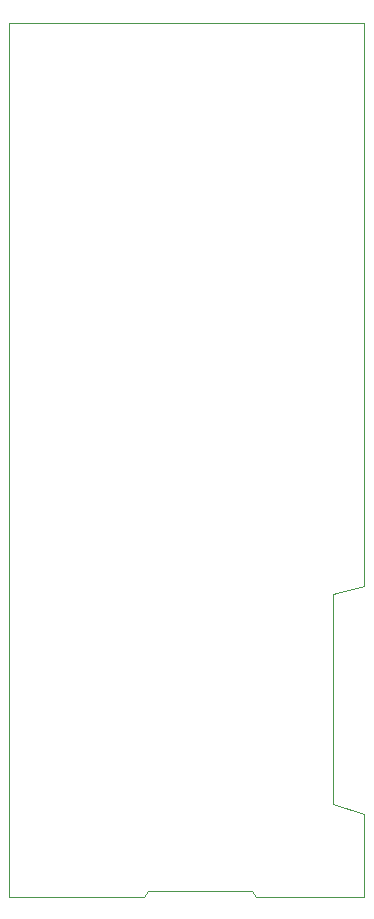
<source format=gbr>
%TF.GenerationSoftware,KiCad,Pcbnew,(6.0.8)*%
%TF.CreationDate,2023-04-29T02:17:51+01:00*%
%TF.ProjectId,circuit board design v1.0,63697263-7569-4742-9062-6f6172642064,rev?*%
%TF.SameCoordinates,Original*%
%TF.FileFunction,Profile,NP*%
%FSLAX46Y46*%
G04 Gerber Fmt 4.6, Leading zero omitted, Abs format (unit mm)*
G04 Created by KiCad (PCBNEW (6.0.8)) date 2023-04-29 02:17:51*
%MOMM*%
%LPD*%
G01*
G04 APERTURE LIST*
%TA.AperFunction,Profile*%
%ADD10C,0.100000*%
%TD*%
G04 APERTURE END LIST*
D10*
X50038000Y-67691000D02*
X47390990Y-68326000D01*
X47371000Y-86106000D01*
X50038000Y-86995000D01*
X50038000Y-93980000D01*
X40894000Y-93980000D01*
X40513000Y-93472000D01*
X31750000Y-93472000D01*
X31369000Y-93980000D01*
X20000000Y-93980000D01*
X20000000Y-20000000D01*
X50000000Y-20000000D01*
X50038000Y-67691000D01*
M02*

</source>
